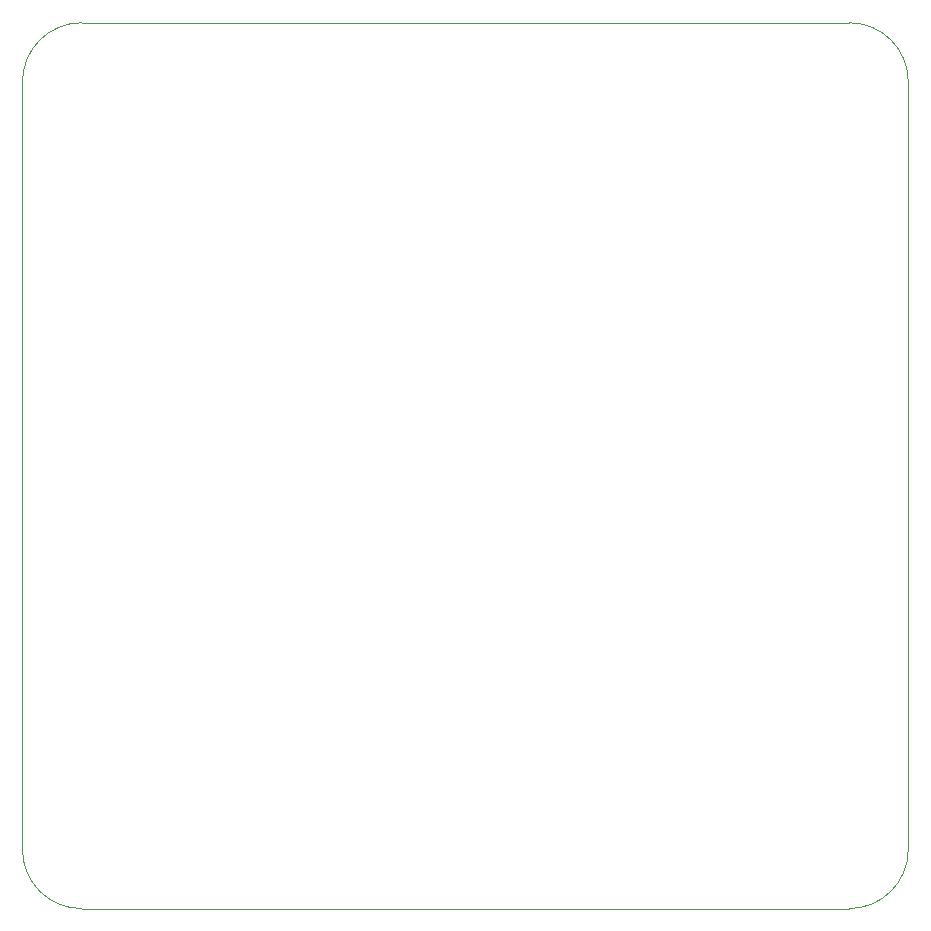
<source format=gbr>
%TF.GenerationSoftware,KiCad,Pcbnew,8.0.4*%
%TF.CreationDate,2024-11-08T13:08:53-05:00*%
%TF.ProjectId,2.4GHz_Patch,322e3447-487a-45f5-9061-7463682e6b69,rev?*%
%TF.SameCoordinates,Original*%
%TF.FileFunction,Profile,NP*%
%FSLAX46Y46*%
G04 Gerber Fmt 4.6, Leading zero omitted, Abs format (unit mm)*
G04 Created by KiCad (PCBNEW 8.0.4) date 2024-11-08 13:08:53*
%MOMM*%
%LPD*%
G01*
G04 APERTURE LIST*
%TA.AperFunction,Profile*%
%ADD10C,0.050000*%
%TD*%
G04 APERTURE END LIST*
D10*
X186400000Y-32559000D02*
G75*
G02*
X191400000Y-37559000I0J-5000000D01*
G01*
X191400000Y-102559000D02*
G75*
G02*
X186400000Y-107559000I-5000000J0D01*
G01*
X116400000Y-37559000D02*
G75*
G02*
X121400000Y-32559000I5000000J0D01*
G01*
X121400000Y-107559000D02*
G75*
G02*
X116400000Y-102559000I0J5000000D01*
G01*
X121400000Y-32559000D02*
X186400000Y-32559000D01*
X191400000Y-37559000D02*
X191400000Y-102559000D01*
X186400000Y-107559000D02*
X121400000Y-107559000D01*
X116400000Y-102559000D02*
X116400000Y-37559000D01*
M02*

</source>
